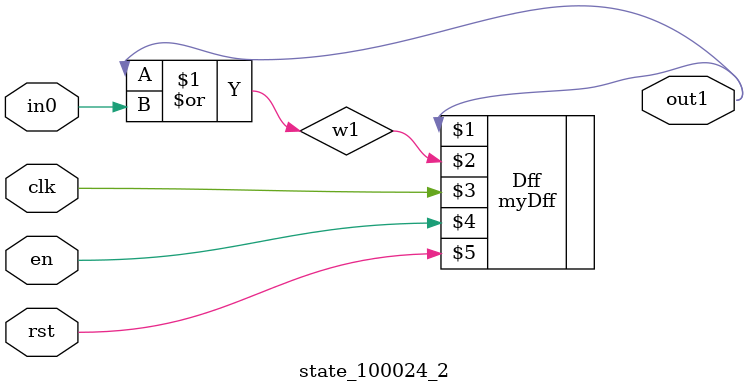
<source format=v>
module engine_100024(out,clk,sod,en,char);
//pcre: /[\d\z6166\z4146]/smit
	input [7:0] char;
	input clk,sod,en;
	output out;

	charBlock_100024_0 BC_100024_0 (char_100024_0,char);

	state_100024_0 St_0 (y1,~y3,clk,en,sod);
	 charBlock_100024_100000 cB (y3,char);
	assign w0 = ~y1;
	state_100024_1 BS_100024_1 (w1,char_100024_0,clk,en,sod,w0);
	state_100024_2 BS_100024_2 (out,clk,en,sod,w1);
endmodule

module charBlock_100024_0(out, char);
// Char class: [\d\z6166\z4146]
	input [7:0] char;
	output out;
	assign out = (0 || (char >= 8'b00110000 && char <= 8'b00111001)|| (char >= 8'b1100001 && char <= 8'b1100110)|| (char >= 8'b1000001 && char <= 8'b1000110)|| (char == 8'b110110)|| (char == 8'b110110)|| (char >= 8'b1000001 && char <= 8'b1000110)|| (char >= 8'b1100001 && char <= 8'b1100110)|| (char == 8'b110100)|| (char == 8'b110110)) ? 1'b1 : 1'b0;
endmodule

module charBlock_100024_100000(out, char);
// Hex: a
	input [7:0] char;
	output out;
	assign out = (char == 8'b1010) ? 1 : 0;
endmodule

module state_100024_0(out1,in1,clk,en,rst);
	input in1,clk,rst,en;
	output out1;
	myDff Dff (out1,in1,clk,en,rst);
endmodule

module state_100024_1(out1,in_char,clk,en,rst,in0);
	input in_char,clk,en,rst,in0;
	output out1;
	wire w1,w2;
	or(w1,in0);
	and(w2,in_char,w1);
	myDff Dff (out1,w2,clk,en,rst);
endmodule

module state_100024_2(out1,clk,en,rst,in0);
	input clk,rst,en,in0;
	output out1;
	wire w1;
	or(w1,out1,in0);
	myDff Dff (out1,w1,clk,en,rst);
endmodule


</source>
